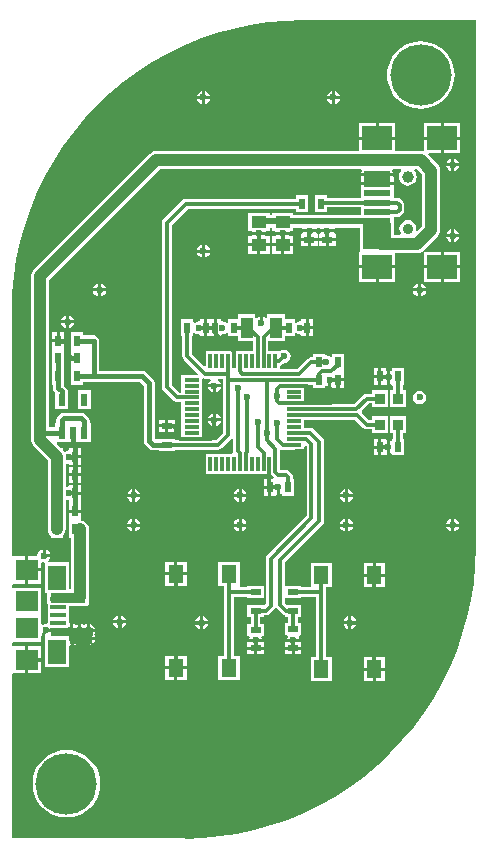
<source format=gtl>
G04*
G04 #@! TF.GenerationSoftware,Altium Limited,Altium Designer,18.1.5 (160)*
G04*
G04 Layer_Physical_Order=1*
G04 Layer_Color=255*
%FSLAX25Y25*%
%MOIN*%
G70*
G01*
G75*
%ADD15C,0.01000*%
%ADD16R,0.09843X0.07874*%
%ADD17R,0.09055X0.02165*%
%ADD18R,0.03937X0.07087*%
%ADD19R,0.01968X0.03543*%
%ADD20R,0.02362X0.04331*%
%ADD21R,0.05118X0.06102*%
%ADD22R,0.01181X0.04724*%
%ADD23R,0.04724X0.01181*%
%ADD24R,0.05315X0.01575*%
%ADD25R,0.07480X0.07087*%
%ADD26R,0.06299X0.08268*%
%ADD27R,0.03543X0.01968*%
%ADD28R,0.03347X0.03740*%
%ADD29R,0.05118X0.03937*%
%ADD47C,0.01181*%
%ADD48C,0.01575*%
%ADD49C,0.02165*%
%ADD50C,0.03937*%
%ADD51R,0.09052X0.04720*%
%ADD52R,0.09253X0.09051*%
%ADD53R,0.11807X0.03543*%
%ADD54R,0.14006X0.03129*%
%ADD55R,0.07780X0.04543*%
%ADD56C,0.03543*%
%ADD57C,0.03937*%
%ADD58C,0.20472*%
%ADD59C,0.02362*%
G36*
X98425Y274169D02*
X156059D01*
X156059Y98425D01*
X156078Y98331D01*
X155904Y92567D01*
X155374Y86730D01*
X154492Y80936D01*
X153261Y75205D01*
X151688Y69560D01*
X149776Y64019D01*
X147533Y58605D01*
X144967Y53335D01*
X142088Y48230D01*
X138906Y43308D01*
X135432Y38588D01*
X131680Y34085D01*
X127663Y29818D01*
X123395Y25800D01*
X118893Y22048D01*
X114172Y18575D01*
X109250Y15392D01*
X104145Y12513D01*
X98876Y9947D01*
X93461Y7705D01*
X87921Y5793D01*
X82275Y4219D01*
X76544Y2989D01*
X70750Y2107D01*
X64913Y1577D01*
X59149Y1402D01*
X59055Y1421D01*
X1421D01*
Y56109D01*
X1760Y56468D01*
X1921Y56468D01*
X6000D01*
Y61012D01*
Y65555D01*
X1921D01*
X1760Y65555D01*
X1421Y65915D01*
Y66542D01*
X1760Y66902D01*
X1921Y66902D01*
X11240D01*
Y68756D01*
X11740Y69023D01*
X12058Y68811D01*
X12218Y68773D01*
X12390Y68313D01*
Y58437D01*
X20689D01*
Y65576D01*
X21154Y65950D01*
Y68110D01*
X22153D01*
Y65986D01*
X22505Y66056D01*
X22964Y66363D01*
X23334Y66115D01*
X23685Y66045D01*
Y68170D01*
X24685D01*
Y66045D01*
X25036Y66115D01*
X25632Y66514D01*
X26259Y66095D01*
X26610Y66025D01*
Y68149D01*
X27110D01*
Y68649D01*
X29235D01*
X29165Y69000D01*
X28837Y69492D01*
X29165Y69983D01*
X29235Y70334D01*
X27110D01*
Y70834D01*
X26610D01*
Y72958D01*
X26259Y72888D01*
X25663Y72490D01*
X25036Y72909D01*
X24685Y72979D01*
Y70854D01*
X23685D01*
Y72979D01*
X23334Y72909D01*
X22738Y72510D01*
X22111Y72929D01*
X21760Y72999D01*
Y70875D01*
X20760D01*
Y73321D01*
X20689Y73379D01*
Y78902D01*
X26153D01*
X26543Y78979D01*
X26874Y79200D01*
X27095Y79531D01*
X27172Y79921D01*
Y81995D01*
X27179Y82047D01*
Y104500D01*
X27077Y105275D01*
X26778Y105997D01*
X26302Y106617D01*
X25682Y107093D01*
X24960Y107392D01*
X24955Y107393D01*
X24595Y107728D01*
X24595Y107945D01*
Y110000D01*
X22610D01*
X20626D01*
Y107772D01*
X20626Y107728D01*
Y107272D01*
X20626Y107228D01*
Y101728D01*
X21191D01*
Y84484D01*
X20689D01*
Y93508D01*
X13796D01*
X13644Y94008D01*
X13777Y94097D01*
X14259Y94818D01*
X14329Y95169D01*
X12205D01*
Y95669D01*
X11705D01*
Y97794D01*
X11354Y97724D01*
X10632Y97242D01*
X10150Y96520D01*
X9981Y95669D01*
X9823Y95476D01*
X7000D01*
Y91433D01*
X11240D01*
Y93135D01*
X11740Y93538D01*
X12030Y93480D01*
X12205Y93445D01*
X12390Y93294D01*
Y93063D01*
Y83240D01*
X13326D01*
Y79921D01*
X13374Y79679D01*
Y76744D01*
Y73391D01*
X12988Y73074D01*
X12909Y73089D01*
X12058Y72920D01*
X11740Y72708D01*
X11240Y72975D01*
Y75957D01*
Y85043D01*
X1921D01*
X1760Y85043D01*
X1421Y85403D01*
Y86030D01*
X1760Y86390D01*
X1921Y86390D01*
X6000D01*
Y90933D01*
Y95476D01*
X1921D01*
X1760Y95476D01*
X1421Y95836D01*
Y177165D01*
X1402Y177259D01*
X1577Y183024D01*
X2107Y188860D01*
X2989Y194655D01*
X4219Y200385D01*
X5793Y206031D01*
X7705Y211571D01*
X9947Y216986D01*
X12513Y222255D01*
X15392Y227360D01*
X18575Y232282D01*
X22048Y237003D01*
X25800Y241505D01*
X29818Y245773D01*
X34085Y249790D01*
X38588Y253542D01*
X43308Y257016D01*
X48230Y260198D01*
X53335Y263077D01*
X58605Y265643D01*
X64019Y267886D01*
X69560Y269798D01*
X75205Y271372D01*
X80936Y272602D01*
X86730Y273484D01*
X92567Y274014D01*
X98331Y274188D01*
X98425Y274169D01*
D02*
G37*
%LPC*%
G36*
X109161Y250550D02*
Y248925D01*
X110786D01*
X110716Y249276D01*
X110234Y249998D01*
X109512Y250480D01*
X109161Y250550D01*
D02*
G37*
G36*
X108161D02*
X107810Y250480D01*
X107089Y249998D01*
X106607Y249276D01*
X106537Y248925D01*
X108161D01*
Y250550D01*
D02*
G37*
G36*
X65854D02*
Y248925D01*
X67479D01*
X67409Y249276D01*
X66927Y249998D01*
X66205Y250480D01*
X65854Y250550D01*
D02*
G37*
G36*
X64854D02*
X64503Y250480D01*
X63782Y249998D01*
X63300Y249276D01*
X63230Y248925D01*
X64854D01*
Y250550D01*
D02*
G37*
G36*
X110786Y247925D02*
X109161D01*
Y246301D01*
X109512Y246371D01*
X110234Y246853D01*
X110716Y247574D01*
X110786Y247925D01*
D02*
G37*
G36*
X108161D02*
X106537D01*
X106607Y247574D01*
X107089Y246853D01*
X107810Y246371D01*
X108161Y246301D01*
Y247925D01*
D02*
G37*
G36*
X67479D02*
X65854D01*
Y246301D01*
X66205Y246371D01*
X66927Y246853D01*
X67409Y247574D01*
X67479Y247925D01*
D02*
G37*
G36*
X64854D02*
X63230D01*
X63300Y247574D01*
X63782Y246853D01*
X64503Y246371D01*
X64854Y246301D01*
Y247925D01*
D02*
G37*
G36*
X137795Y267177D02*
X136032Y267038D01*
X134312Y266625D01*
X132678Y265948D01*
X131170Y265024D01*
X129825Y263875D01*
X128677Y262530D01*
X127753Y261022D01*
X127076Y259388D01*
X126663Y257669D01*
X126524Y255906D01*
X126663Y254142D01*
X127076Y252423D01*
X127753Y250789D01*
X128677Y249281D01*
X129825Y247936D01*
X131170Y246787D01*
X132678Y245863D01*
X134312Y245186D01*
X136032Y244773D01*
X137795Y244635D01*
X139558Y244773D01*
X141278Y245186D01*
X142912Y245863D01*
X144420Y246787D01*
X145765Y247936D01*
X146914Y249281D01*
X147838Y250789D01*
X148515Y252423D01*
X148927Y254142D01*
X149066Y255906D01*
X148927Y257669D01*
X148515Y259388D01*
X147838Y261022D01*
X146914Y262530D01*
X145765Y263875D01*
X144420Y265024D01*
X142912Y265948D01*
X141278Y266625D01*
X139558Y267038D01*
X137795Y267177D01*
D02*
G37*
G36*
X150803Y239779D02*
X145382D01*
Y235343D01*
X150803D01*
Y239779D01*
D02*
G37*
G36*
X144382D02*
X138961D01*
Y235343D01*
X144382D01*
Y239779D01*
D02*
G37*
G36*
X129150D02*
X123728D01*
Y235343D01*
X129150D01*
Y239779D01*
D02*
G37*
G36*
X122728D02*
X117307D01*
Y235343D01*
X122728D01*
Y239779D01*
D02*
G37*
G36*
X144382Y234343D02*
X138961D01*
Y230831D01*
X138775Y230650D01*
X138461Y230466D01*
X137795Y230553D01*
X129150D01*
Y234343D01*
X123228D01*
X117307D01*
Y230553D01*
X49606D01*
X48831Y230451D01*
X48109Y230152D01*
X47489Y229676D01*
X8907Y191094D01*
X8431Y190473D01*
X8132Y189751D01*
X8029Y188976D01*
Y136614D01*
Y134106D01*
X8132Y133331D01*
X8431Y132609D01*
X8907Y131989D01*
X13396Y127500D01*
Y122587D01*
Y116500D01*
Y110500D01*
Y104500D01*
X13498Y103725D01*
X13797Y103003D01*
X14273Y102383D01*
X14405Y102281D01*
Y101728D01*
X15324D01*
X15615Y101608D01*
X16390Y101506D01*
X17165Y101608D01*
X17456Y101728D01*
X18374D01*
Y102281D01*
X18507Y102383D01*
X18983Y103003D01*
X19282Y103725D01*
X19384Y104500D01*
Y110500D01*
Y114084D01*
X19884Y114429D01*
X20472Y114312D01*
X20626Y114186D01*
Y113772D01*
X20626Y113728D01*
Y113272D01*
X20626Y113228D01*
Y111000D01*
X22610D01*
X24595D01*
Y113228D01*
X24595Y113272D01*
Y113728D01*
X24595Y113772D01*
Y116000D01*
X22610D01*
Y116500D01*
X22110D01*
Y119272D01*
X20626D01*
Y118885D01*
X20472Y118759D01*
X19884Y118642D01*
X19384Y118987D01*
Y122587D01*
Y126230D01*
X19884Y126529D01*
X20568Y126393D01*
X20626Y126346D01*
Y125969D01*
X22110D01*
Y128740D01*
Y131512D01*
X20626D01*
Y130888D01*
X20568Y130841D01*
X19717Y130672D01*
X19041Y130220D01*
X18983Y130237D01*
X18507Y130857D01*
X18374Y130990D01*
Y131512D01*
X17852D01*
X16415Y132949D01*
X16623Y133449D01*
X21350D01*
Y136614D01*
X22350D01*
Y133449D01*
X27772D01*
Y139779D01*
X27413D01*
Y140551D01*
X27413Y140551D01*
X27274Y141249D01*
X26879Y141840D01*
X25853Y142866D01*
X25262Y143261D01*
X24564Y143400D01*
X24564Y143400D01*
X18743D01*
X18046Y143261D01*
X17454Y142866D01*
X17454Y142866D01*
X16822Y142234D01*
X16427Y141642D01*
X16288Y140945D01*
X16288Y140945D01*
Y139779D01*
X15929D01*
Y138437D01*
X14018D01*
Y187736D01*
X50846Y224565D01*
X118010D01*
X118278Y224065D01*
X118024Y223686D01*
X117954Y223335D01*
X120079D01*
Y222335D01*
X117954D01*
X117968Y222268D01*
X117701Y221768D01*
X117701D01*
Y220185D01*
X123228D01*
X128756D01*
Y221768D01*
X128756D01*
X128489Y222268D01*
X128502Y222335D01*
X126378D01*
Y223335D01*
X128502D01*
X128433Y223686D01*
X128179Y224065D01*
X128446Y224565D01*
X131117D01*
X131271Y224065D01*
X130872Y223544D01*
X130572Y222822D01*
X130471Y222047D01*
X130572Y221272D01*
X130872Y220550D01*
X131347Y219930D01*
X131967Y219454D01*
X132690Y219155D01*
X133465Y219053D01*
X134239Y219155D01*
X134962Y219454D01*
X135582Y219930D01*
X136057Y220550D01*
X136357Y221272D01*
X136459Y222047D01*
X136357Y222822D01*
X136057Y223544D01*
X135658Y224065D01*
X135812Y224565D01*
X136555D01*
X138345Y222776D01*
Y205571D01*
X136627Y203853D01*
X136483Y203899D01*
X136180Y204113D01*
X136260Y204724D01*
X136165Y205448D01*
X135886Y206122D01*
X135441Y206701D01*
X134862Y207145D01*
X134188Y207425D01*
X133465Y207520D01*
X132741Y207425D01*
X132067Y207145D01*
X131488Y206701D01*
X131044Y206122D01*
X130764Y205448D01*
X130669Y204724D01*
X130764Y204001D01*
X131044Y203327D01*
X131217Y203100D01*
X130971Y202600D01*
X128777D01*
Y206693D01*
X128756Y206797D01*
Y208614D01*
X129921D01*
X130542Y208738D01*
X131068Y209089D01*
X131855Y209877D01*
X132207Y210403D01*
X132330Y211024D01*
Y212598D01*
X132207Y213219D01*
X131855Y213745D01*
X131068Y214532D01*
X130542Y214884D01*
X129921Y215007D01*
X128756D01*
Y217602D01*
Y219185D01*
X123228D01*
X117701D01*
Y217602D01*
Y215007D01*
X106441D01*
Y215772D01*
X102472D01*
Y210228D01*
X106441D01*
Y211764D01*
X117701D01*
Y209210D01*
X95291D01*
Y209937D01*
X88173D01*
Y209210D01*
X87417D01*
Y209937D01*
X80299D01*
Y204000D01*
X81410D01*
X81697Y203650D01*
X86019D01*
X86307Y204000D01*
X87417D01*
Y204963D01*
X88173D01*
Y204000D01*
X89284D01*
X89571Y203650D01*
X93893D01*
X94181Y204000D01*
X95291D01*
Y204963D01*
X98294D01*
X98668Y204463D01*
X98663Y204437D01*
X102912D01*
X102907Y204463D01*
X103280Y204963D01*
X104200D01*
X104574Y204463D01*
X104569Y204437D01*
X108817D01*
X108812Y204463D01*
X109186Y204963D01*
X117484D01*
Y197643D01*
X117539Y197366D01*
X117307Y196866D01*
X117307D01*
Y192429D01*
X123228D01*
X129150D01*
Y196612D01*
X136614D01*
X137389Y196714D01*
X138111Y197013D01*
X138731Y197489D01*
X143456Y202214D01*
X143932Y202834D01*
X144231Y203556D01*
X144333Y204331D01*
Y224016D01*
X144231Y224791D01*
X143932Y225513D01*
X143456Y226133D01*
X140183Y229405D01*
X140390Y229906D01*
X144382D01*
Y234343D01*
D02*
G37*
G36*
X150803D02*
X145382D01*
Y229906D01*
X150803D01*
Y234343D01*
D02*
G37*
G36*
X148925Y228121D02*
Y226497D01*
X150550D01*
X150480Y226848D01*
X149998Y227569D01*
X149276Y228051D01*
X148925Y228121D01*
D02*
G37*
G36*
X147925D02*
X147574Y228051D01*
X146853Y227569D01*
X146371Y226848D01*
X146301Y226497D01*
X147925D01*
Y228121D01*
D02*
G37*
G36*
X150550Y225497D02*
X148925D01*
Y223872D01*
X149276Y223942D01*
X149998Y224424D01*
X150480Y225146D01*
X150550Y225497D01*
D02*
G37*
G36*
X147925D02*
X146301D01*
X146371Y225146D01*
X146853Y224424D01*
X147574Y223942D01*
X147925Y223872D01*
Y225497D01*
D02*
G37*
G36*
X100221Y215772D02*
X96252D01*
Y214622D01*
X59457D01*
X58836Y214498D01*
X58310Y214147D01*
X52003Y207840D01*
X51651Y207313D01*
X51528Y206693D01*
Y151969D01*
X51651Y151348D01*
X52003Y150822D01*
X55550Y147274D01*
X56076Y146923D01*
X56697Y146800D01*
X58012D01*
Y142894D01*
Y138957D01*
Y134295D01*
X55921D01*
Y134701D01*
X50378D01*
Y134539D01*
X49141D01*
X49066Y134613D01*
Y153150D01*
X49066Y153150D01*
X48928Y153847D01*
X48533Y154438D01*
X48533Y154438D01*
X46170Y156800D01*
X45579Y157195D01*
X44882Y157334D01*
X44882Y157334D01*
X30563D01*
Y167323D01*
X30424Y168020D01*
X30029Y168612D01*
X29438Y169007D01*
X28740Y169145D01*
X25173D01*
Y170095D01*
X21205D01*
Y164689D01*
X21205Y164189D01*
X21205Y164051D01*
Y161917D01*
X23189D01*
Y160917D01*
X21205D01*
Y158783D01*
X21205Y158646D01*
X21205Y158146D01*
Y152740D01*
X25173D01*
Y153689D01*
X44127D01*
X45422Y152395D01*
Y133858D01*
X45422Y133858D01*
X45560Y133161D01*
X45955Y132570D01*
X47097Y131428D01*
X47097Y131428D01*
X47688Y131033D01*
X48386Y130894D01*
X50378D01*
Y130732D01*
X55921D01*
Y131052D01*
X70291D01*
X70912Y131175D01*
X71438Y131527D01*
X74650Y134738D01*
X74949Y134674D01*
X75150Y134549D01*
Y130709D01*
X75244Y130236D01*
X74953Y129736D01*
X66083D01*
Y123012D01*
X86980D01*
Y126217D01*
X87012Y126374D01*
X87705D01*
Y123476D01*
X87736Y123319D01*
Y123012D01*
X87797D01*
X87828Y122855D01*
X88180Y122329D01*
X88734Y121776D01*
X88526Y121276D01*
X87941D01*
Y118504D01*
Y115732D01*
X89425D01*
Y116043D01*
X89716Y116282D01*
Y118504D01*
X90716D01*
Y116380D01*
X91067Y116449D01*
X91236Y116562D01*
X91677Y116327D01*
Y115732D01*
X95646D01*
Y121276D01*
X95283D01*
Y121764D01*
X95160Y122384D01*
X94808Y122910D01*
X93985Y123733D01*
X93459Y124085D01*
X92838Y124208D01*
X90948D01*
Y126374D01*
Y130757D01*
X90995Y130830D01*
X91448Y131129D01*
X91838Y131052D01*
X95626D01*
X95783Y131083D01*
X98988D01*
Y132028D01*
X99488Y132272D01*
X99712Y132098D01*
Y108860D01*
X86677Y95825D01*
X86325Y95299D01*
X86202Y94678D01*
Y79665D01*
X85975Y79439D01*
X85502Y79374D01*
Y79374D01*
X79959D01*
Y75406D01*
X81109D01*
Y72984D01*
X79959D01*
Y69016D01*
X80550D01*
X80786Y68575D01*
X80676Y68410D01*
X80606Y68059D01*
X84855D01*
X84785Y68410D01*
X84675Y68575D01*
X84911Y69016D01*
X85502D01*
Y72984D01*
X84352D01*
Y75406D01*
X85502D01*
Y75768D01*
X86220D01*
X86840Y75892D01*
X87367Y76243D01*
X88970Y77846D01*
X89157Y78127D01*
X89721Y78164D01*
X89748Y78150D01*
X91655Y76243D01*
X92181Y75892D01*
X92459Y75836D01*
Y75406D01*
X93609D01*
Y73094D01*
X92459D01*
Y69126D01*
X93170D01*
X93406Y68685D01*
X93222Y68410D01*
X93152Y68059D01*
X97401D01*
X97331Y68410D01*
X97148Y68685D01*
X97383Y69126D01*
X98002D01*
Y73094D01*
X96852D01*
Y75406D01*
X98002D01*
Y79374D01*
X93111D01*
X92502Y79983D01*
Y81626D01*
X98002D01*
Y81989D01*
X103020D01*
Y61902D01*
X101083D01*
Y53799D01*
X108201D01*
Y61902D01*
X106263D01*
Y83610D01*
Y85098D01*
X108201D01*
Y93201D01*
X101083D01*
Y85232D01*
X98002D01*
Y85594D01*
X92502D01*
Y93450D01*
X105084Y106032D01*
X105435Y106558D01*
X105559Y107179D01*
Y133679D01*
X105435Y134299D01*
X105084Y134825D01*
X102152Y137757D01*
X101626Y138109D01*
X101005Y138232D01*
X98988D01*
Y140894D01*
X115956D01*
X118627Y138223D01*
X119153Y137872D01*
X119773Y137748D01*
X121602D01*
Y136500D01*
X126949D01*
Y142240D01*
X121602D01*
Y140992D01*
X120445D01*
X118072Y143365D01*
X118049Y144049D01*
X120445Y146445D01*
X121602D01*
Y145197D01*
X126949D01*
Y150937D01*
X121602D01*
Y149689D01*
X119773D01*
X119153Y149565D01*
X118627Y149214D01*
X115519Y146106D01*
X98988D01*
Y148799D01*
Y152718D01*
X101992D01*
Y151559D01*
X105961D01*
Y152193D01*
X106402Y152428D01*
X106629Y152276D01*
X106980Y152206D01*
Y154331D01*
X107980D01*
Y152049D01*
X108213Y151858D01*
Y151559D01*
X109697D01*
Y154331D01*
X110197D01*
Y154831D01*
X112181D01*
Y157102D01*
X112181Y157102D01*
Y157465D01*
X112181D01*
X112181Y157602D01*
Y163008D01*
X108213D01*
Y162130D01*
X107713Y161915D01*
X107150Y162291D01*
X106299Y162460D01*
X105961Y162738D01*
Y163008D01*
X101992D01*
Y161858D01*
X101181D01*
X100560Y161734D01*
X100034Y161383D01*
X96606Y157954D01*
X90917D01*
Y159054D01*
X91290Y159128D01*
X91816Y159479D01*
X92236Y159900D01*
X93001Y160052D01*
X93722Y160534D01*
X94204Y161255D01*
X94373Y162106D01*
X94204Y162957D01*
X93722Y163679D01*
X93001Y164161D01*
X92149Y164330D01*
X91298Y164161D01*
X90917Y163988D01*
X90917Y163988D01*
X90917Y163988D01*
X87011D01*
Y167110D01*
X92535D01*
Y168882D01*
X95724D01*
Y169790D01*
X96224Y169988D01*
X96807Y169599D01*
X97658Y169430D01*
X97976Y169168D01*
Y168882D01*
X99461D01*
Y171653D01*
Y174425D01*
X97976D01*
Y174139D01*
X97658Y173877D01*
X96807Y173708D01*
X96224Y173319D01*
X95724Y173517D01*
Y174425D01*
X92535D01*
Y176197D01*
X86598D01*
Y175063D01*
X86098Y174881D01*
X85497Y175283D01*
X85146Y175353D01*
Y173228D01*
X84146D01*
Y175353D01*
X83795Y175283D01*
X83193Y174881D01*
X82693Y175063D01*
Y176197D01*
X76756D01*
Y174425D01*
X73567D01*
Y173547D01*
X73067Y173332D01*
X72505Y173708D01*
X71653Y173877D01*
X71315Y174155D01*
Y174425D01*
X69831D01*
Y171653D01*
Y168882D01*
X71315D01*
Y169152D01*
X71653Y169430D01*
X72505Y169599D01*
X73067Y169975D01*
X73567Y169760D01*
Y168882D01*
X76756D01*
Y167110D01*
X81800D01*
Y163988D01*
X75925D01*
Y160783D01*
X75894Y160626D01*
X75201D01*
X75169Y160783D01*
Y163988D01*
X66083D01*
Y158911D01*
X65621Y158720D01*
X61504Y162837D01*
Y168882D01*
X61866D01*
Y169790D01*
X62366Y169988D01*
X62949Y169599D01*
X63800Y169430D01*
X64118Y169168D01*
Y168882D01*
X65602D01*
Y171653D01*
Y174425D01*
X64118D01*
Y174139D01*
X63800Y173877D01*
X62949Y173708D01*
X62366Y173319D01*
X61866Y173517D01*
Y174425D01*
X57898D01*
Y168882D01*
X58260D01*
Y162165D01*
X58384Y161545D01*
X58735Y161019D01*
X63375Y156379D01*
X63183Y155917D01*
X58012D01*
Y152736D01*
Y150043D01*
X57369D01*
X54771Y152640D01*
Y206021D01*
X60128Y211378D01*
X96252D01*
Y210228D01*
X100221D01*
Y215772D01*
D02*
G37*
G36*
X148925Y204499D02*
Y202875D01*
X150550D01*
X150480Y203226D01*
X149998Y203947D01*
X149276Y204429D01*
X148925Y204499D01*
D02*
G37*
G36*
X147925D02*
X147574Y204429D01*
X146853Y203947D01*
X146371Y203226D01*
X146301Y202875D01*
X147925D01*
Y204499D01*
D02*
G37*
G36*
X108844Y203437D02*
X104542D01*
X104164Y202964D01*
X103921D01*
Y201480D01*
X106693D01*
X109465D01*
Y202964D01*
X109222D01*
X108844Y203437D01*
D02*
G37*
G36*
X102939D02*
X98636D01*
X98259Y202964D01*
X97871D01*
Y201480D01*
X100643D01*
X103414D01*
Y202964D01*
X103316D01*
X102939Y203437D01*
D02*
G37*
G36*
X150550Y201875D02*
X148925D01*
Y200250D01*
X149276Y200320D01*
X149998Y200802D01*
X150480Y201524D01*
X150550Y201875D01*
D02*
G37*
G36*
X147925D02*
X146301D01*
X146371Y201524D01*
X146853Y200802D01*
X147574Y200320D01*
X147925Y200250D01*
Y201875D01*
D02*
G37*
G36*
X93893Y202650D02*
X89571D01*
X89284Y202299D01*
X88173D01*
Y199831D01*
X91732D01*
X95291D01*
Y202299D01*
X94181D01*
X93893Y202650D01*
D02*
G37*
G36*
X86019Y202650D02*
X81697D01*
X81410Y202299D01*
X80299D01*
Y199831D01*
X83858D01*
X87417D01*
Y202299D01*
X86307D01*
X86019Y202650D01*
D02*
G37*
G36*
X109465Y200480D02*
X107193D01*
Y198996D01*
X109465D01*
Y200480D01*
D02*
G37*
G36*
X106193D02*
X103921D01*
Y198996D01*
X106193D01*
Y200480D01*
D02*
G37*
G36*
X103414Y200480D02*
X101143D01*
Y198996D01*
X103414D01*
Y200480D01*
D02*
G37*
G36*
X100143D02*
X97871D01*
Y198996D01*
X100143D01*
Y200480D01*
D02*
G37*
G36*
X65854Y199369D02*
Y197744D01*
X67479D01*
X67409Y198095D01*
X66927Y198817D01*
X66205Y199299D01*
X65854Y199369D01*
D02*
G37*
G36*
X64854D02*
X64503Y199299D01*
X63782Y198817D01*
X63300Y198095D01*
X63230Y197744D01*
X64854D01*
Y199369D01*
D02*
G37*
G36*
X95291Y198831D02*
X92232D01*
Y196362D01*
X95291D01*
Y198831D01*
D02*
G37*
G36*
X91232D02*
X88173D01*
Y196362D01*
X91232D01*
Y198831D01*
D02*
G37*
G36*
X87417Y198831D02*
X84358D01*
Y196362D01*
X87417D01*
Y198831D01*
D02*
G37*
G36*
X83358D02*
X80299D01*
Y196362D01*
X83358D01*
Y198831D01*
D02*
G37*
G36*
X67479Y196744D02*
X65854D01*
Y195120D01*
X66205Y195189D01*
X66927Y195672D01*
X67409Y196393D01*
X67479Y196744D01*
D02*
G37*
G36*
X64854D02*
X63230D01*
X63300Y196393D01*
X63782Y195672D01*
X64503Y195189D01*
X64854Y195120D01*
Y196744D01*
D02*
G37*
G36*
X150803Y196866D02*
X145382D01*
Y192429D01*
X150803D01*
Y196866D01*
D02*
G37*
G36*
X144382D02*
X138961D01*
Y192429D01*
X144382D01*
Y196866D01*
D02*
G37*
G36*
X150803Y191429D02*
X145382D01*
Y186992D01*
X150803D01*
Y191429D01*
D02*
G37*
G36*
X144382D02*
X138961D01*
Y186992D01*
X144382D01*
Y191429D01*
D02*
G37*
G36*
X129150Y191429D02*
X123728D01*
Y186992D01*
X129150D01*
Y191429D01*
D02*
G37*
G36*
X122728D02*
X117307D01*
Y186992D01*
X122728D01*
Y191429D01*
D02*
G37*
G36*
X137902Y186376D02*
Y184752D01*
X139526D01*
X139456Y185103D01*
X138974Y185825D01*
X138253Y186307D01*
X137902Y186376D01*
D02*
G37*
G36*
X136902D02*
X136550Y186307D01*
X135829Y185825D01*
X135347Y185103D01*
X135277Y184752D01*
X136902D01*
Y186376D01*
D02*
G37*
G36*
X31209D02*
Y184752D01*
X32833D01*
X32763Y185103D01*
X32281Y185825D01*
X31560Y186307D01*
X31209Y186376D01*
D02*
G37*
G36*
X30209D02*
X29858Y186307D01*
X29136Y185825D01*
X28654Y185103D01*
X28584Y184752D01*
X30209D01*
Y186376D01*
D02*
G37*
G36*
X139526Y183752D02*
X137902D01*
Y182128D01*
X138253Y182197D01*
X138974Y182679D01*
X139456Y183401D01*
X139526Y183752D01*
D02*
G37*
G36*
X136902D02*
X135277D01*
X135347Y183401D01*
X135829Y182679D01*
X136550Y182197D01*
X136902Y182128D01*
Y183752D01*
D02*
G37*
G36*
X32833D02*
X31209D01*
Y182128D01*
X31560Y182197D01*
X32281Y182679D01*
X32763Y183401D01*
X32833Y183752D01*
D02*
G37*
G36*
X30209D02*
X28584D01*
X28654Y183401D01*
X29136Y182679D01*
X29858Y182197D01*
X30209Y182128D01*
Y183752D01*
D02*
G37*
G36*
X20579Y175746D02*
Y174122D01*
X22203D01*
X22133Y174473D01*
X21651Y175195D01*
X20930Y175677D01*
X20579Y175746D01*
D02*
G37*
G36*
X19579D02*
X19228Y175677D01*
X18506Y175195D01*
X18024Y174473D01*
X17954Y174122D01*
X19579D01*
Y175746D01*
D02*
G37*
G36*
X101945Y174425D02*
X100461D01*
Y172153D01*
X101945D01*
Y174425D01*
D02*
G37*
G36*
X22203Y173122D02*
X20579D01*
Y171498D01*
X20930Y171567D01*
X21651Y172050D01*
X22133Y172771D01*
X22203Y173122D01*
D02*
G37*
G36*
X19579D02*
X17954D01*
X18024Y172771D01*
X18506Y172050D01*
X19228Y171567D01*
X19579Y171498D01*
Y173122D01*
D02*
G37*
G36*
X101945Y171153D02*
X100461D01*
Y168882D01*
X101945D01*
Y171153D01*
D02*
G37*
G36*
X68831Y174425D02*
X66602D01*
Y171653D01*
Y168882D01*
X68831D01*
Y171653D01*
Y174425D01*
D02*
G37*
G36*
X18953Y170095D02*
X17469D01*
Y167823D01*
X18953D01*
Y170095D01*
D02*
G37*
G36*
X16468D02*
X14984D01*
Y167823D01*
X16468D01*
Y170095D01*
D02*
G37*
G36*
X132260Y158283D02*
X128291D01*
Y157545D01*
X127791Y157217D01*
X127665Y157243D01*
Y155118D01*
Y152994D01*
X127791Y153019D01*
X128291Y152740D01*
Y152740D01*
X128559Y152351D01*
Y150937D01*
X127508D01*
Y145197D01*
X132854D01*
Y150937D01*
X131803D01*
Y152740D01*
X132260D01*
Y158283D01*
D02*
G37*
G36*
X123555D02*
X122071D01*
Y156012D01*
X123555D01*
Y158283D01*
D02*
G37*
G36*
X126039D02*
X124555D01*
Y155512D01*
Y152740D01*
X126039D01*
Y152740D01*
X126539Y153019D01*
X126665Y152994D01*
Y155118D01*
Y157243D01*
X126539Y157217D01*
X126039Y157545D01*
Y158283D01*
D02*
G37*
G36*
X123555Y155012D02*
X122071D01*
Y152740D01*
X123555D01*
Y155012D01*
D02*
G37*
G36*
X112181Y153831D02*
X110697D01*
Y151559D01*
X112181D01*
Y153831D01*
D02*
G37*
G36*
X137402Y150649D02*
X136550Y150480D01*
X135829Y149998D01*
X135347Y149276D01*
X135178Y148425D01*
X135347Y147574D01*
X135829Y146853D01*
X136550Y146371D01*
X137402Y146201D01*
X138253Y146371D01*
X138974Y146853D01*
X139456Y147574D01*
X139625Y148425D01*
X139456Y149276D01*
X138974Y149998D01*
X138253Y150480D01*
X137402Y150649D01*
D02*
G37*
G36*
X27772Y150803D02*
X23410D01*
Y144472D01*
X27772D01*
Y150803D01*
D02*
G37*
G36*
X18953Y166823D02*
X14984D01*
Y164689D01*
X14984Y164189D01*
X14984Y164051D01*
Y158646D01*
X14984D01*
X14984Y158283D01*
X14984D01*
Y152740D01*
X15209D01*
Y151512D01*
X15209Y151512D01*
X15348Y150814D01*
X15743Y150223D01*
X15929Y150037D01*
Y144472D01*
X20291D01*
Y150803D01*
X19859D01*
X19794Y151130D01*
X19399Y151722D01*
X19399Y151722D01*
X18880Y152240D01*
X18918Y152740D01*
X18953D01*
Y158283D01*
X18953D01*
X18953Y158646D01*
X18953D01*
Y164051D01*
X18953Y164551D01*
X18953Y164689D01*
Y166823D01*
D02*
G37*
G36*
X55921Y140921D02*
X53650D01*
Y139437D01*
X55921D01*
Y140921D01*
D02*
G37*
G36*
X52650D02*
X50378D01*
Y139437D01*
X52650D01*
Y140921D01*
D02*
G37*
G36*
X55921Y138437D02*
X53650D01*
Y136953D01*
X55921D01*
Y138437D01*
D02*
G37*
G36*
X52650D02*
X50378D01*
Y136953D01*
X52650D01*
Y138437D01*
D02*
G37*
G36*
X132854Y142240D02*
X127508D01*
Y136500D01*
X128654D01*
Y134661D01*
X128291D01*
Y134146D01*
X127850Y133911D01*
X127800Y133944D01*
X127449Y134014D01*
Y131890D01*
Y129765D01*
X127800Y129835D01*
X127850Y129869D01*
X128291Y129633D01*
Y129118D01*
X132260D01*
Y134661D01*
X131897D01*
Y136500D01*
X132854D01*
Y142240D01*
D02*
G37*
G36*
X123555Y134661D02*
X122071D01*
Y132390D01*
X123555D01*
Y134661D01*
D02*
G37*
G36*
X24595Y131512D02*
X23110D01*
Y129240D01*
X24595D01*
Y131512D01*
D02*
G37*
G36*
X126039Y134661D02*
X124555D01*
Y131890D01*
Y129118D01*
X126039D01*
Y129337D01*
X126449Y129673D01*
Y131890D01*
Y134107D01*
X126039Y134442D01*
Y134661D01*
D02*
G37*
G36*
X123555Y131390D02*
X122071D01*
Y129118D01*
X123555D01*
Y131390D01*
D02*
G37*
G36*
X24595Y128240D02*
X23110D01*
Y125969D01*
X24595D01*
Y128240D01*
D02*
G37*
G36*
Y125358D02*
X23110D01*
Y123087D01*
X24595D01*
Y125358D01*
D02*
G37*
G36*
X22110D02*
X20626D01*
Y123087D01*
X22110D01*
Y125358D01*
D02*
G37*
G36*
X24595Y122087D02*
X23110D01*
Y119815D01*
X24595D01*
Y122087D01*
D02*
G37*
G36*
X22110D02*
X20626D01*
Y119815D01*
X22110D01*
Y122087D01*
D02*
G37*
G36*
X86941Y121276D02*
X85457D01*
Y119004D01*
X86941D01*
Y121276D01*
D02*
G37*
G36*
X24595Y119272D02*
X23110D01*
Y117000D01*
X24595D01*
Y119272D01*
D02*
G37*
G36*
X113492Y117872D02*
Y116248D01*
X115117D01*
X115047Y116599D01*
X114565Y117321D01*
X113843Y117803D01*
X113492Y117872D01*
D02*
G37*
G36*
X112492D02*
X112141Y117803D01*
X111420Y117321D01*
X110938Y116599D01*
X110868Y116248D01*
X112492D01*
Y117872D01*
D02*
G37*
G36*
X78059D02*
Y116248D01*
X79683D01*
X79614Y116599D01*
X79132Y117321D01*
X78410Y117803D01*
X78059Y117872D01*
D02*
G37*
G36*
X77059D02*
X76708Y117803D01*
X75987Y117321D01*
X75504Y116599D01*
X75435Y116248D01*
X77059D01*
Y117872D01*
D02*
G37*
G36*
X42626D02*
Y116248D01*
X44250D01*
X44181Y116599D01*
X43698Y117321D01*
X42977Y117803D01*
X42626Y117872D01*
D02*
G37*
G36*
X41626D02*
X41275Y117803D01*
X40554Y117321D01*
X40071Y116599D01*
X40002Y116248D01*
X41626D01*
Y117872D01*
D02*
G37*
G36*
X86941Y118004D02*
X85457D01*
Y115732D01*
X86941D01*
Y118004D01*
D02*
G37*
G36*
X115117Y115248D02*
X113492D01*
Y113624D01*
X113843Y113693D01*
X114565Y114175D01*
X115047Y114897D01*
X115117Y115248D01*
D02*
G37*
G36*
X112492D02*
X110868D01*
X110938Y114897D01*
X111420Y114175D01*
X112141Y113693D01*
X112492Y113624D01*
Y115248D01*
D02*
G37*
G36*
X79683D02*
X78059D01*
Y113624D01*
X78410Y113693D01*
X79132Y114175D01*
X79614Y114897D01*
X79683Y115248D01*
D02*
G37*
G36*
X77059D02*
X75435D01*
X75504Y114897D01*
X75987Y114175D01*
X76708Y113693D01*
X77059Y113624D01*
Y115248D01*
D02*
G37*
G36*
X44250D02*
X42626D01*
Y113624D01*
X42977Y113693D01*
X43698Y114175D01*
X44181Y114897D01*
X44250Y115248D01*
D02*
G37*
G36*
X41626D02*
X40002D01*
X40071Y114897D01*
X40554Y114175D01*
X41275Y113693D01*
X41626Y113624D01*
Y115248D01*
D02*
G37*
G36*
X148925Y108030D02*
Y106405D01*
X150550D01*
X150480Y106756D01*
X149998Y107478D01*
X149276Y107960D01*
X148925Y108030D01*
D02*
G37*
G36*
X147925D02*
X147574Y107960D01*
X146853Y107478D01*
X146371Y106756D01*
X146301Y106405D01*
X147925D01*
Y108030D01*
D02*
G37*
G36*
X113492D02*
Y106405D01*
X115117D01*
X115047Y106756D01*
X114565Y107478D01*
X113843Y107960D01*
X113492Y108030D01*
D02*
G37*
G36*
X112492D02*
X112141Y107960D01*
X111420Y107478D01*
X110938Y106756D01*
X110868Y106405D01*
X112492D01*
Y108030D01*
D02*
G37*
G36*
X78059D02*
Y106405D01*
X79683D01*
X79614Y106756D01*
X79132Y107478D01*
X78410Y107960D01*
X78059Y108030D01*
D02*
G37*
G36*
X77059D02*
X76708Y107960D01*
X75987Y107478D01*
X75504Y106756D01*
X75435Y106405D01*
X77059D01*
Y108030D01*
D02*
G37*
G36*
X42626D02*
Y106405D01*
X44250D01*
X44181Y106756D01*
X43698Y107478D01*
X42977Y107960D01*
X42626Y108030D01*
D02*
G37*
G36*
X41626D02*
X41275Y107960D01*
X40554Y107478D01*
X40071Y106756D01*
X40002Y106405D01*
X41626D01*
Y108030D01*
D02*
G37*
G36*
X150550Y105405D02*
X148925D01*
Y103781D01*
X149276Y103851D01*
X149998Y104333D01*
X150480Y105054D01*
X150550Y105405D01*
D02*
G37*
G36*
X147925D02*
X146301D01*
X146371Y105054D01*
X146853Y104333D01*
X147574Y103851D01*
X147925Y103781D01*
Y105405D01*
D02*
G37*
G36*
X115117D02*
X113492D01*
Y103781D01*
X113843Y103851D01*
X114565Y104333D01*
X115047Y105054D01*
X115117Y105405D01*
D02*
G37*
G36*
X112492D02*
X110868D01*
X110938Y105054D01*
X111420Y104333D01*
X112141Y103851D01*
X112492Y103781D01*
Y105405D01*
D02*
G37*
G36*
X79683D02*
X78059D01*
Y103781D01*
X78410Y103851D01*
X79132Y104333D01*
X79614Y105054D01*
X79683Y105405D01*
D02*
G37*
G36*
X77059D02*
X75435D01*
X75504Y105054D01*
X75987Y104333D01*
X76708Y103851D01*
X77059Y103781D01*
Y105405D01*
D02*
G37*
G36*
X44250D02*
X42626D01*
Y103781D01*
X42977Y103851D01*
X43698Y104333D01*
X44181Y105054D01*
X44250Y105405D01*
D02*
G37*
G36*
X41626D02*
X40002D01*
X40071Y105054D01*
X40554Y104333D01*
X41275Y103851D01*
X41626Y103781D01*
Y105405D01*
D02*
G37*
G36*
X12705Y97794D02*
Y96169D01*
X14329D01*
X14259Y96520D01*
X13777Y97242D01*
X13056Y97724D01*
X12705Y97794D01*
D02*
G37*
G36*
X59701Y93701D02*
X56642D01*
Y90150D01*
X59701D01*
Y93701D01*
D02*
G37*
G36*
X55642D02*
X52583D01*
Y90150D01*
X55642D01*
Y93701D01*
D02*
G37*
G36*
X125917Y93201D02*
X122858D01*
Y89650D01*
X125917D01*
Y93201D01*
D02*
G37*
G36*
X121858D02*
X118799D01*
Y89650D01*
X121858D01*
Y93201D01*
D02*
G37*
G36*
X11240Y90433D02*
X7000D01*
Y86390D01*
X11240D01*
Y90433D01*
D02*
G37*
G36*
X59701Y89150D02*
X56642D01*
Y85598D01*
X59701D01*
Y89150D01*
D02*
G37*
G36*
X55642D02*
X52583D01*
Y85598D01*
X55642D01*
Y89150D01*
D02*
G37*
G36*
X125917Y88650D02*
X122858D01*
Y85098D01*
X125917D01*
Y88650D01*
D02*
G37*
G36*
X121858D02*
X118799D01*
Y85098D01*
X121858D01*
Y88650D01*
D02*
G37*
G36*
X77417Y93701D02*
X70299D01*
Y85598D01*
X72237D01*
Y83610D01*
Y62402D01*
X70299D01*
Y54299D01*
X77417D01*
Y62402D01*
X75480D01*
Y81989D01*
X79959D01*
Y81626D01*
X85502D01*
Y85594D01*
X79959D01*
Y85232D01*
X77740D01*
X77417Y85598D01*
Y93701D01*
D02*
G37*
G36*
X37913Y75771D02*
Y74147D01*
X39537D01*
X39467Y74498D01*
X38985Y75220D01*
X38264Y75702D01*
X37913Y75771D01*
D02*
G37*
G36*
X36913D02*
X36562Y75702D01*
X35840Y75220D01*
X35358Y74498D01*
X35288Y74147D01*
X36913D01*
Y75771D01*
D02*
G37*
G36*
X114672Y75538D02*
Y73913D01*
X116296D01*
X116227Y74264D01*
X115744Y74986D01*
X115023Y75468D01*
X114672Y75538D01*
D02*
G37*
G36*
X113672D02*
X113321Y75468D01*
X112600Y74986D01*
X112118Y74264D01*
X112048Y73913D01*
X113672D01*
Y75538D01*
D02*
G37*
G36*
X65239D02*
Y73913D01*
X66864D01*
X66794Y74264D01*
X66312Y74986D01*
X65590Y75468D01*
X65239Y75538D01*
D02*
G37*
G36*
X64239D02*
X63888Y75468D01*
X63167Y74986D01*
X62685Y74264D01*
X62615Y73913D01*
X64239D01*
Y75538D01*
D02*
G37*
G36*
X39537Y73147D02*
X37913D01*
Y71523D01*
X38264Y71592D01*
X38985Y72075D01*
X39467Y72796D01*
X39537Y73147D01*
D02*
G37*
G36*
X36913D02*
X35288D01*
X35358Y72796D01*
X35840Y72075D01*
X36562Y71592D01*
X36913Y71523D01*
Y73147D01*
D02*
G37*
G36*
X27610Y72958D02*
Y71334D01*
X29235D01*
X29165Y71685D01*
X28683Y72406D01*
X27961Y72888D01*
X27610Y72958D01*
D02*
G37*
G36*
X116296Y72913D02*
X114672D01*
Y71289D01*
X115023Y71359D01*
X115744Y71841D01*
X116227Y72562D01*
X116296Y72913D01*
D02*
G37*
G36*
X113672D02*
X112048D01*
X112118Y72562D01*
X112600Y71841D01*
X113321Y71359D01*
X113672Y71289D01*
Y72913D01*
D02*
G37*
G36*
X66864D02*
X65239D01*
Y71289D01*
X65590Y71359D01*
X66312Y71841D01*
X66794Y72562D01*
X66864Y72913D01*
D02*
G37*
G36*
X64239D02*
X62615D01*
X62685Y72562D01*
X63167Y71841D01*
X63888Y71359D01*
X64239Y71289D01*
Y72913D01*
D02*
G37*
G36*
X29235Y67649D02*
X27610D01*
Y66025D01*
X27961Y66095D01*
X28683Y66577D01*
X29165Y67298D01*
X29235Y67649D01*
D02*
G37*
G36*
X97606Y67059D02*
X92947D01*
X92795Y66874D01*
X92459D01*
Y65390D01*
X95231D01*
X98002D01*
Y66874D01*
X97758D01*
X97606Y67059D01*
D02*
G37*
G36*
X84948D02*
X80513D01*
X80271Y66764D01*
X79959D01*
Y65280D01*
X82731D01*
X85502D01*
Y66764D01*
X85190D01*
X84948Y67059D01*
D02*
G37*
G36*
X98002Y64390D02*
X95731D01*
Y62906D01*
X98002D01*
Y64390D01*
D02*
G37*
G36*
X94731D02*
X92459D01*
Y62906D01*
X94731D01*
Y64390D01*
D02*
G37*
G36*
X85502Y64280D02*
X83231D01*
Y62795D01*
X85502D01*
Y64280D01*
D02*
G37*
G36*
X82231D02*
X79959D01*
Y62795D01*
X82231D01*
Y64280D01*
D02*
G37*
G36*
X7000Y65555D02*
Y61512D01*
X11240D01*
Y65555D01*
X7000D01*
D02*
G37*
G36*
X59701Y62402D02*
X56642D01*
Y58850D01*
X59701D01*
Y62402D01*
D02*
G37*
G36*
X55642D02*
X52583D01*
Y58850D01*
X55642D01*
Y62402D01*
D02*
G37*
G36*
X125917Y61902D02*
X122858D01*
Y58350D01*
X125917D01*
Y61902D01*
D02*
G37*
G36*
X121858D02*
X118799D01*
Y58350D01*
X121858D01*
Y61902D01*
D02*
G37*
G36*
X11240Y60512D02*
X7000D01*
Y56468D01*
X11240D01*
Y60512D01*
D02*
G37*
G36*
X59701Y57850D02*
X56642D01*
Y54299D01*
X59701D01*
Y57850D01*
D02*
G37*
G36*
X55642D02*
X52583D01*
Y54299D01*
X55642D01*
Y57850D01*
D02*
G37*
G36*
X125917Y57350D02*
X122858D01*
Y53799D01*
X125917D01*
Y57350D01*
D02*
G37*
G36*
X121858D02*
X118799D01*
Y53799D01*
X121858D01*
Y57350D01*
D02*
G37*
G36*
X19685Y30956D02*
X17922Y30817D01*
X16202Y30404D01*
X14568Y29728D01*
X13060Y28803D01*
X11715Y27655D01*
X10567Y26310D01*
X9642Y24802D01*
X8966Y23168D01*
X8553Y21448D01*
X8414Y19685D01*
X8553Y17922D01*
X8966Y16202D01*
X9642Y14568D01*
X10567Y13060D01*
X11715Y11715D01*
X13060Y10567D01*
X14568Y9642D01*
X16202Y8966D01*
X17922Y8553D01*
X19685Y8414D01*
X21448Y8553D01*
X23168Y8966D01*
X24802Y9642D01*
X26310Y10567D01*
X27655Y11715D01*
X28803Y13060D01*
X29728Y14568D01*
X30404Y16202D01*
X30817Y17922D01*
X30956Y19685D01*
X30817Y21448D01*
X30404Y23168D01*
X29728Y24802D01*
X28803Y26310D01*
X27655Y27655D01*
X26310Y28803D01*
X24802Y29728D01*
X23168Y30404D01*
X21448Y30817D01*
X19685Y30956D01*
D02*
G37*
%LPD*%
G36*
X65705Y154720D02*
X67699D01*
X67851Y154220D01*
X67423Y153935D01*
X66941Y153213D01*
X66872Y152862D01*
X71120D01*
X71051Y153213D01*
X70569Y153935D01*
X70141Y154220D01*
X70293Y154720D01*
X71754D01*
X71957Y154287D01*
Y136632D01*
X69620Y134295D01*
X64736D01*
Y138957D01*
Y142894D01*
Y146831D01*
Y150768D01*
Y154521D01*
X65236Y154814D01*
X65705Y154720D01*
D02*
G37*
%LPC*%
G36*
X71120Y151862D02*
X69496D01*
Y150238D01*
X69847Y150308D01*
X70569Y150790D01*
X71051Y151511D01*
X71120Y151862D01*
D02*
G37*
G36*
X68496D02*
X66872D01*
X66941Y151511D01*
X67423Y150790D01*
X68145Y150308D01*
X68496Y150238D01*
Y151862D01*
D02*
G37*
G36*
X69496Y143069D02*
Y141445D01*
X71120D01*
X71051Y141796D01*
X70569Y142517D01*
X69847Y142999D01*
X69496Y143069D01*
D02*
G37*
G36*
X68496D02*
X68145Y142999D01*
X67423Y142517D01*
X66941Y141796D01*
X66872Y141445D01*
X68496D01*
Y143069D01*
D02*
G37*
G36*
X71120Y140445D02*
X69496D01*
Y138821D01*
X69847Y138890D01*
X70569Y139372D01*
X71051Y140094D01*
X71120Y140445D01*
D02*
G37*
G36*
X68496D02*
X66872D01*
X66941Y140094D01*
X67423Y139372D01*
X68145Y138890D01*
X68496Y138821D01*
Y140445D01*
D02*
G37*
%LPD*%
D15*
X24185Y70854D02*
X36965D01*
X17031D02*
X24185D01*
X36985Y70905D02*
X37413Y71332D01*
X36985Y70875D02*
Y70905D01*
X36965Y70854D02*
X36985Y70875D01*
X37000Y70890D01*
X22487Y128617D02*
X22610Y128740D01*
X20568Y128617D02*
X22487D01*
X36985Y70905D02*
X37000Y70890D01*
X37413Y71302D01*
X12909Y70866D02*
X12920Y70854D01*
X37413Y71302D02*
Y71332D01*
Y73647D01*
X11715Y69672D02*
X12909Y70866D01*
X11715Y61999D02*
Y69672D01*
X10728Y61012D02*
X11715Y61999D01*
X6500Y61012D02*
X10728D01*
X6500Y90933D02*
X6500Y90933D01*
X12920Y70854D02*
X17031D01*
D16*
X144882Y234842D02*
D03*
Y191929D02*
D03*
X123228Y234842D02*
D03*
Y191929D02*
D03*
D17*
Y213386D02*
D03*
Y216535D02*
D03*
Y219685D02*
D03*
Y210236D02*
D03*
Y207087D02*
D03*
D18*
X89567Y171653D02*
D03*
X79724D02*
D03*
D19*
X22610Y122587D02*
D03*
X16390D02*
D03*
X22610Y128740D02*
D03*
X16390D02*
D03*
X110197Y154331D02*
D03*
X103976D02*
D03*
X66102Y171653D02*
D03*
X59882D02*
D03*
X130276Y131890D02*
D03*
X124055D02*
D03*
X130276Y155512D02*
D03*
X124055D02*
D03*
X69331Y171653D02*
D03*
X75551D02*
D03*
X99961D02*
D03*
X93740D02*
D03*
X16390Y104500D02*
D03*
X22610D02*
D03*
Y110500D02*
D03*
X16390D02*
D03*
X22610Y116500D02*
D03*
X16390D02*
D03*
X104457Y213000D02*
D03*
X98236D02*
D03*
X103976Y160236D02*
D03*
X110197D02*
D03*
X87441Y118504D02*
D03*
X93661D02*
D03*
X23189Y155512D02*
D03*
X16969D02*
D03*
Y167323D02*
D03*
X23189D02*
D03*
X23189Y161417D02*
D03*
X16969D02*
D03*
D20*
X25591Y147638D02*
D03*
Y136614D02*
D03*
X21850D02*
D03*
X18110Y147638D02*
D03*
Y136614D02*
D03*
D21*
X56142Y89650D02*
D03*
X73858D02*
D03*
Y58350D02*
D03*
X56142D02*
D03*
X122358Y57850D02*
D03*
X104642D02*
D03*
Y89150D02*
D03*
X122358D02*
D03*
D22*
X89327Y160626D02*
D03*
X87358D02*
D03*
X85390D02*
D03*
X83421D02*
D03*
X81453D02*
D03*
X79484D02*
D03*
X77516D02*
D03*
X75547D02*
D03*
X73579D02*
D03*
X71610D02*
D03*
X69642D02*
D03*
X67673D02*
D03*
Y126374D02*
D03*
X69642D02*
D03*
X71610D02*
D03*
X73579D02*
D03*
X75547D02*
D03*
X77516D02*
D03*
X79484D02*
D03*
X85390D02*
D03*
X87358D02*
D03*
X89327D02*
D03*
X83421D02*
D03*
X81453D02*
D03*
D23*
X61374Y154327D02*
D03*
Y152358D02*
D03*
Y150390D02*
D03*
Y148421D02*
D03*
Y146453D02*
D03*
Y144484D02*
D03*
Y142516D02*
D03*
Y140547D02*
D03*
Y138579D02*
D03*
Y136610D02*
D03*
Y134642D02*
D03*
Y132673D02*
D03*
X95626D02*
D03*
Y134642D02*
D03*
Y136610D02*
D03*
Y138579D02*
D03*
Y140547D02*
D03*
Y142516D02*
D03*
Y144484D02*
D03*
Y146453D02*
D03*
Y148421D02*
D03*
Y150390D02*
D03*
Y152358D02*
D03*
Y154327D02*
D03*
D24*
X17031Y70854D02*
D03*
Y81090D02*
D03*
Y78531D02*
D03*
Y73413D02*
D03*
Y75972D02*
D03*
D25*
X6500Y90933D02*
D03*
Y61012D02*
D03*
Y80500D02*
D03*
Y71445D02*
D03*
D26*
X16539Y88374D02*
D03*
Y63571D02*
D03*
D27*
X100643Y200980D02*
D03*
Y207200D02*
D03*
X82731Y64780D02*
D03*
Y71000D02*
D03*
Y83610D02*
D03*
Y77390D02*
D03*
X95231Y64890D02*
D03*
Y71110D02*
D03*
Y83610D02*
D03*
Y77390D02*
D03*
X53150Y138937D02*
D03*
Y132717D02*
D03*
X106693Y200980D02*
D03*
Y207200D02*
D03*
D28*
X130181Y148067D02*
D03*
X124276D02*
D03*
X130181Y139370D02*
D03*
X124276D02*
D03*
D29*
X91732Y206968D02*
D03*
Y199331D02*
D03*
X83858Y206968D02*
D03*
Y199331D02*
D03*
D47*
X95626Y152358D02*
X100004D01*
X95626Y154339D02*
X103968D01*
X53150Y151969D02*
Y206693D01*
Y151969D02*
X56697Y148421D01*
X61374D01*
X53150Y206693D02*
X59457Y213000D01*
X98236D01*
X65705Y156342D02*
X73579D01*
X59882Y162165D02*
X65705Y156342D01*
X59882Y162165D02*
Y171653D01*
X53150Y138937D02*
X55158D01*
X56299Y137795D01*
Y135827D02*
Y137795D01*
Y135827D02*
X57484Y134642D01*
X61374D01*
X53150Y132717D02*
X53193Y132673D01*
X61374D01*
X90669Y160626D02*
X92149Y162106D01*
X78289Y156333D02*
X97277D01*
X77516Y157105D02*
X78289Y156333D01*
X97277D02*
X101181Y160236D01*
X89327Y160626D02*
X90669D01*
X76772Y130709D02*
Y151575D01*
X73618Y154327D02*
X86750D01*
X73579Y154288D02*
X73618Y154327D01*
X77516Y157105D02*
Y160626D01*
X79921Y130315D02*
Y148425D01*
X79484Y129878D02*
X79921Y130315D01*
X79484Y126374D02*
Y129878D01*
X76772Y130709D02*
X77516Y129965D01*
Y126374D02*
Y129965D01*
X97658Y171653D02*
X99961D01*
X63800D02*
X66102D01*
X107480Y154331D02*
X110197D01*
Y159409D02*
Y160236D01*
Y159016D02*
Y159409D01*
X107874Y157087D02*
X110197Y159409D01*
X104724Y157087D02*
X107874D01*
X103976Y156339D02*
X104724Y157087D01*
X103976Y154331D02*
Y156339D01*
X110197Y148779D02*
Y154331D01*
X107870Y146453D02*
X110197Y148779D01*
X95626Y146453D02*
X107870D01*
X103968Y154339D02*
X103976Y154331D01*
Y160236D02*
X106299D01*
X101181D02*
X103976D01*
X90941Y152358D02*
X95626D01*
X89764Y151181D02*
X90941Y152358D01*
X89764Y148819D02*
Y151181D01*
Y147244D02*
Y148819D01*
Y147244D02*
X90555Y146453D01*
X95626D01*
X66102Y171653D02*
X69331D01*
X79921Y172047D02*
X83421Y168547D01*
X90881Y79311D02*
Y94122D01*
X87823Y78993D02*
Y94678D01*
X90881Y94122D02*
X103937Y107179D01*
X87823Y94678D02*
X101333Y108188D01*
X130709Y211024D02*
Y212598D01*
X129921Y210236D02*
X130709Y211024D01*
X123228Y210236D02*
X129921D01*
X123228Y213386D02*
X129921D01*
X130709Y212598D01*
X104842Y213386D02*
X123228D01*
X104457Y213000D02*
X104842Y213386D01*
X106693Y200980D02*
Y203937D01*
X100643Y203792D02*
X100787Y203937D01*
X100643Y200980D02*
Y203792D01*
X91732Y203150D02*
X91732Y203150D01*
Y199606D02*
Y203150D01*
X83858D02*
X83858Y203150D01*
Y199606D02*
Y203150D01*
X69291Y171614D02*
X69331Y171653D01*
X69291Y169795D02*
Y171614D01*
Y169795D02*
X75547Y163539D01*
X73579Y154287D02*
X73579Y154288D01*
Y156342D01*
X73579Y135960D02*
Y154287D01*
Y156342D02*
Y160626D01*
Y156342D02*
X73579Y156342D01*
X75551Y171653D02*
X79724D01*
X89764D02*
X93740D01*
X85390Y168461D02*
X88583Y171653D01*
X85390Y160626D02*
Y168461D01*
X83421Y160626D02*
Y168547D01*
X95626Y144484D02*
X116191D01*
X119773Y148067D01*
X124276D01*
X95626Y142516D02*
X116628D01*
X119773Y139370D01*
X124276D01*
X130276Y131890D02*
Y139276D01*
X130181Y139370D02*
X130276Y139276D01*
X130181Y148067D02*
Y155417D01*
X130276Y155512D01*
X75547Y160626D02*
Y163539D01*
X73858Y83610D02*
X82731D01*
X73858Y58350D02*
Y83610D01*
Y89650D01*
X95231Y83610D02*
X104642D01*
Y57850D02*
Y83610D01*
Y89150D01*
X82731Y71000D02*
Y77390D01*
X95231Y71110D02*
Y77390D01*
X82731D02*
X86220D01*
X87823Y78993D01*
X92802Y77390D02*
X95231D01*
X90881Y79311D02*
X92802Y77390D01*
X95626Y136610D02*
X101005D01*
X101333Y108188D02*
Y132901D01*
X99592Y134642D02*
X101333Y132901D01*
X95626Y134642D02*
X99592D01*
X91838Y132673D02*
X95626D01*
X89790Y134721D02*
X91838Y132673D01*
X89790Y134721D02*
Y140027D01*
X85390Y126374D02*
Y130058D01*
X83558Y131890D02*
X85390Y130058D01*
X83558Y131890D02*
Y140318D01*
X89327Y126374D02*
Y131273D01*
X86504Y134096D02*
X89327Y131273D01*
X86504Y154081D02*
X86750Y154327D01*
X95626D01*
X86504Y134096D02*
Y136610D01*
Y154081D01*
X61374Y132673D02*
X70291D01*
X73579Y135960D01*
X61374Y134642D02*
X68018D01*
X68996Y135619D01*
Y140945D01*
X87358Y118587D02*
Y126374D01*
X89327Y123476D02*
Y126374D01*
Y123476D02*
X90216Y122587D01*
X92838D01*
X93661Y121764D01*
Y118504D02*
Y121764D01*
X124055Y131890D02*
X126949D01*
X56150Y73413D02*
X64739D01*
X56142Y73405D02*
X56150Y73413D01*
X56142Y58350D02*
Y73405D01*
Y89650D01*
X114172Y73413D02*
X122272D01*
X122358Y73500D01*
Y57850D02*
Y73500D01*
Y89150D01*
X95231Y64890D02*
Y67513D01*
X95277Y67559D01*
X82731Y64780D02*
Y67559D01*
X87441Y118504D02*
X90216D01*
X124449Y155118D02*
X127165D01*
X124055Y155512D02*
X124449Y155118D01*
X103937Y107179D02*
Y133679D01*
X101005Y136610D02*
X103937Y133679D01*
D48*
X48386Y132717D02*
X53150D01*
X28740Y155512D02*
X44882D01*
X47244Y153150D01*
Y133858D02*
Y153150D01*
Y133858D02*
X48386Y132717D01*
X28740Y155512D02*
Y167323D01*
X23189Y155512D02*
X28740D01*
X100643Y207200D02*
X100756Y207087D01*
X21654Y81090D02*
X24185Y82047D01*
X16390Y128740D02*
Y130169D01*
X22610Y110500D02*
Y116500D01*
Y122587D01*
Y128740D01*
X21850Y133043D02*
Y136614D01*
X22610Y128740D02*
Y132283D01*
X21850Y133043D02*
X22610Y132283D01*
X18110Y147638D02*
Y150433D01*
X17031Y151512D02*
X18110Y150433D01*
X17031Y151512D02*
Y155449D01*
X16969Y155512D02*
X17031Y155449D01*
X16969Y155512D02*
Y161417D01*
X16969Y161417D02*
X16969Y161417D01*
X21260Y161417D02*
X23189D01*
X20079Y162598D02*
X21260Y161417D01*
X20079Y162598D02*
Y166535D01*
X19291Y167323D02*
X20079Y166535D01*
X16969Y167323D02*
X19291D01*
X87358Y118587D02*
X87441Y118504D01*
X25591Y136614D02*
Y140551D01*
X18110Y136614D02*
Y140945D01*
X18743Y141578D01*
X24564D01*
X25591Y140551D01*
X23189Y167323D02*
X28740D01*
X11024Y136614D02*
X18110D01*
X20691Y128740D02*
X22610D01*
X20568Y128617D02*
X20691Y128740D01*
D49*
X100756Y207087D02*
X123228D01*
X83858Y207244D02*
X84016Y207087D01*
X100756D01*
D50*
X11024Y188976D02*
X49606Y227559D01*
X24185Y82047D02*
Y104500D01*
X124392Y199606D02*
X136614D01*
X141339Y204331D01*
Y224016D01*
X137795Y227559D02*
X141339Y224016D01*
X49606Y227559D02*
X137795D01*
X16390Y104500D02*
Y110500D01*
Y116500D01*
Y122587D01*
Y128740D01*
X11024Y134106D02*
X16390Y128740D01*
X11024Y134106D02*
Y136614D01*
Y188976D01*
D51*
X123231Y221656D02*
D03*
D52*
X123131Y202168D02*
D03*
D53*
X20249Y81693D02*
D03*
D54*
X21374Y70221D02*
D03*
D55*
X24498Y68583D02*
D03*
D56*
X133465Y204724D02*
D03*
D57*
Y222047D02*
D03*
D58*
X137795Y255906D02*
D03*
X19685Y19685D02*
D03*
D59*
X148425Y202375D02*
D03*
Y225997D02*
D03*
X71653Y171653D02*
D03*
X84646Y173228D02*
D03*
X20472Y116535D02*
D03*
X108661Y248425D02*
D03*
X65354D02*
D03*
X92149Y162106D02*
D03*
X76772Y151575D02*
D03*
X79921Y148425D02*
D03*
X97658Y171653D02*
D03*
X107480Y154331D02*
D03*
X106299Y160236D02*
D03*
X89764Y148819D02*
D03*
X126378Y222835D02*
D03*
X123228D02*
D03*
X120079D02*
D03*
X89790Y140027D02*
D03*
X83558Y140318D02*
D03*
X86504Y136610D02*
D03*
X68996Y140945D02*
D03*
X126949Y131890D02*
D03*
X64739Y73413D02*
D03*
X114172D02*
D03*
X90216Y118504D02*
D03*
X95277Y67559D02*
D03*
X82731D02*
D03*
X20568Y128617D02*
D03*
X37413Y73647D02*
D03*
X12909Y70866D02*
D03*
X63800Y171653D02*
D03*
X21260Y70875D02*
D03*
X24185Y70854D02*
D03*
Y68170D02*
D03*
X27110Y70834D02*
D03*
Y68149D02*
D03*
X21654Y68110D02*
D03*
X12205Y95669D02*
D03*
X127165Y155118D02*
D03*
X77559Y115748D02*
D03*
Y105905D02*
D03*
X112992D02*
D03*
X42126D02*
D03*
Y115748D02*
D03*
X148425Y105905D02*
D03*
X112992Y115748D02*
D03*
X30709Y184252D02*
D03*
X137402D02*
D03*
Y148425D02*
D03*
X65354Y197244D02*
D03*
X83858Y203150D02*
D03*
X20079Y173622D02*
D03*
X68996Y152362D02*
D03*
X100787Y203937D02*
D03*
X106693D02*
D03*
X91732Y203150D02*
D03*
M02*

</source>
